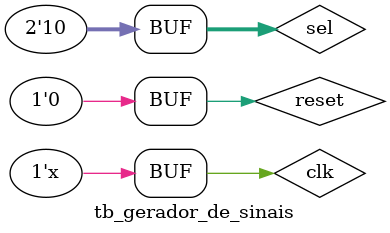
<source format=v>
module tb_gerador_de_sinais;

reg clk, reset;
reg [1:0] sel;
wire [11:0] out;

gerador_de_sinais #(
  .WIDTH(12)
) dut (
  .clk(clk),
  .reset(reset),
  .sel(sel),
  .out(out)
);

always #5 clk = ~clk;

initial begin
  clk = 0;
  reset = 1;
  sel = 0;
  #10 reset = 0;
  #100;

  sel = 1;
  #100 sel = 2;
  #100 sel = 0;
  #100 sel = 1;
  #100 sel = 2;
  #100;
end

endmodule


</source>
